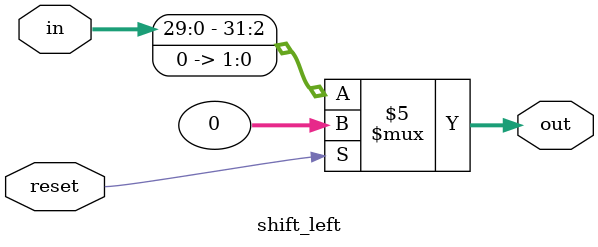
<source format=v>
module shift_left(in,out,reset);
	input	[31:0] in;
	input 	reset;
	output	reg [31:0] out;
	always @ (in) #3 begin
		if(!reset)
			out = in << 2;
		else out = 0; 
	end
endmodule	   
	
</source>
